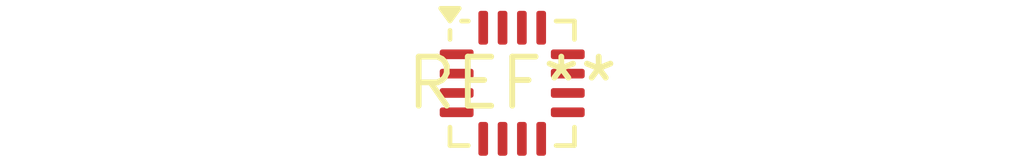
<source format=kicad_pcb>
(kicad_pcb (version 20240108) (generator pcbnew)
  (layers (0 "F.Cu" signal) (31 "B.Cu" signal) (34 "B.Paste" user) (35 "F.Paste" user) (36 "B.SilkS" user "B.Silkscreen") (37 "F.SilkS" user "F.Silkscreen") (38 "B.Mask" user) (39 "F.Mask" user) (44 "Edge.Cuts" user))
  (net 0 "")
  (footprint "LFCSP-16_3x3mm_P0.5mm" (layer "F.Cu") (at 0 0)
    (property "Reference" "REF**")
    (property "Value" "LFCSP-16_3x3mm_P0.5mm")
    (fp_line (start -1.61 -1.135) (end -1.61 -1.37) (layer "F.SilkS") (stroke (width 0.12)))
    (fp_line (start -1.61 1.61) (end -1.61 1.135) (layer "F.SilkS") (stroke (width 0.12)))
    (fp_line (start -1.135 -1.61) (end -1.31 -1.61) (layer "F.SilkS") (stroke (width 0.12)))
    (fp_line (start -1.135 1.61) (end -1.61 1.61) (layer "F.SilkS") (stroke (width 0.12)))
    (fp_line (start 1.135 -1.61) (end 1.61 -1.61) (layer "F.SilkS") (stroke (width 0.12)))
    (fp_line (start 1.135 1.61) (end 1.61 1.61) (layer "F.SilkS") (stroke (width 0.12)))
    (fp_line (start 1.61 -1.61) (end 1.61 -1.135) (layer "F.SilkS") (stroke (width 0.12)))
    (fp_line (start 1.61 1.61) (end 1.61 1.135) (layer "F.SilkS") (stroke (width 0.12)))
    (fp_poly (pts (xy -1.61 -1.61) (xy -1.85 -1.94) (xy -1.37 -1.94) (xy -1.61 -1.61)) (layer "F.SilkS") (stroke (width 0.12)) (fill solid))
    (pad "1" smd roundrect (at -1.4375 -0.75) (size 0.875 0.25) (layers "F.Cu" "F.Paste" "F.Mask"))
    (pad "2" smd roundrect (at -1.4375 -0.25) (size 0.875 0.25) (layers "F.Cu" "F.Paste" "F.Mask"))
    (pad "3" smd roundrect (at -1.4375 0.25) (size 0.875 0.25) (layers "F.Cu" "F.Paste" "F.Mask"))
    (pad "4" smd roundrect (at -1.4375 0.75) (size 0.875 0.25) (layers "F.Cu" "F.Paste" "F.Mask"))
    (pad "5" smd roundrect (at -0.75 1.4375) (size 0.25 0.875) (layers "F.Cu" "F.Paste" "F.Mask"))
    (pad "6" smd roundrect (at -0.25 1.4375) (size 0.25 0.875) (layers "F.Cu" "F.Paste" "F.Mask"))
    (pad "7" smd roundrect (at 0.25 1.4375) (size 0.25 0.875) (layers "F.Cu" "F.Paste" "F.Mask"))
    (pad "8" smd roundrect (at 0.75 1.4375) (size 0.25 0.875) (layers "F.Cu" "F.Paste" "F.Mask"))
    (pad "9" smd roundrect (at 1.4375 0.75) (size 0.875 0.25) (layers "F.Cu" "F.Paste" "F.Mask"))
    (pad "10" smd roundrect (at 1.4375 0.25) (size 0.875 0.25) (layers "F.Cu" "F.Paste" "F.Mask"))
    (pad "11" smd roundrect (at 1.4375 -0.25) (size 0.875 0.25) (layers "F.Cu" "F.Paste" "F.Mask"))
    (pad "12" smd roundrect (at 1.4375 -0.75) (size 0.875 0.25) (layers "F.Cu" "F.Paste" "F.Mask"))
    (pad "13" smd roundrect (at 0.75 -1.4375) (size 0.25 0.875) (layers "F.Cu" "F.Paste" "F.Mask"))
    (pad "14" smd roundrect (at 0.25 -1.4375) (size 0.25 0.875) (layers "F.Cu" "F.Paste" "F.Mask"))
    (pad "15" smd roundrect (at -0.25 -1.4375) (size 0.25 0.875) (layers "F.Cu" "F.Paste" "F.Mask"))
    (pad "16" smd roundrect (at -0.75 -1.4375) (size 0.25 0.875) (layers "F.Cu" "F.Paste" "F.Mask"))
  )
)
</source>
